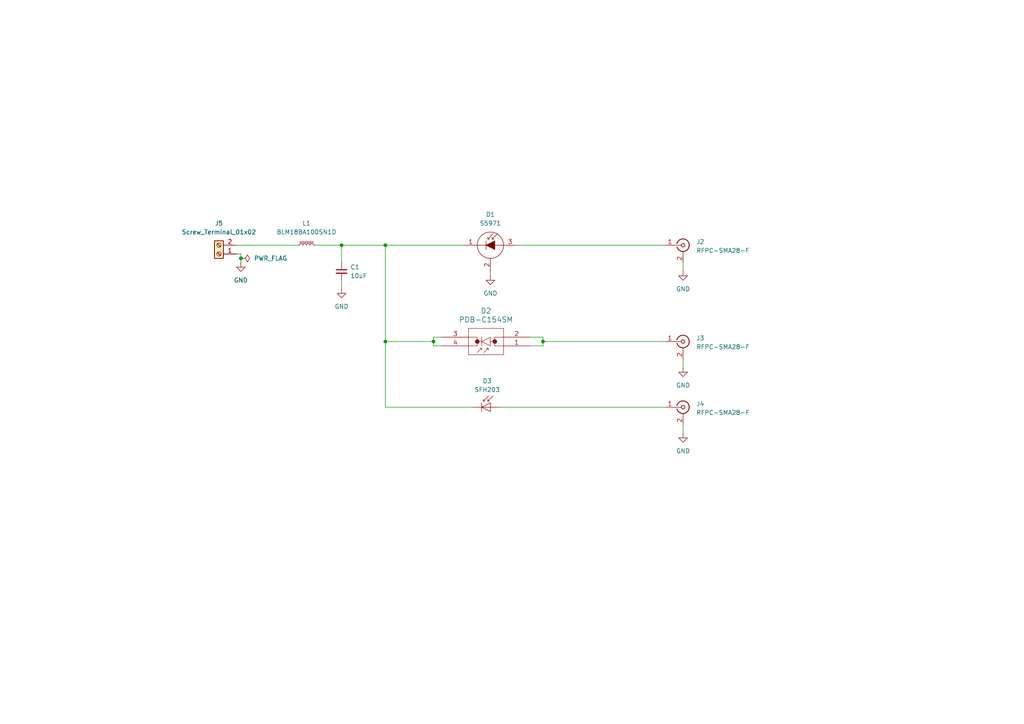
<source format=kicad_sch>
(kicad_sch (version 20231120) (generator "eeschema") (generator_version "8.0")
  (paper "A4")
  (title_block (title "Lumicom Photodiode") (date "2024-12-26") (rev "1") (company "UTN FRBA - Proyecto Final"))
  (lib_symbols
    (symbol "Connector:Conn_Coaxial" (pin_names (offset 1.016) hide)
      (property "Reference" "J" (at 0.254 3.048 0))
      (property "Value" "Conn_Coaxial" (at 2.921 0 90))
      (symbol "Conn_Coaxial_0_1"
        (arc (start -1.778 -0.508) (mid 0.2311 -1.8066) (end 1.778 0) (stroke (width 0.254)))
        (polyline (pts (xy -2.54 0) (xy -0.508 0)))
        (polyline (pts (xy 0 -2.54) (xy 0 -1.778)))
        (circle (center 0 0) (radius 0.508) (stroke (width 0.2032)))
        (arc (start 1.778 0) (mid 0.2099 1.8101) (end -1.778 0.508) (stroke (width 0.254)))
      )
      (symbol "Conn_Coaxial_1_1"
        (pin passive line (at -5.08 0 0) (length 2.54) (name "In") (number "1"))
        (pin passive line (at 0 -5.08 90) (length 2.54) (name "Ext") (number "2"))
      )
    )
    (symbol "Connector:Screw_Terminal_01x02" (pin_names (offset 1.016) hide)
      (property "Reference" "J" (at 0 2.54 0))
      (property "Value" "Screw_Terminal_01x02" (at 0 -5.08 0))
      (symbol "Screw_Terminal_01x02_1_1"
        (rectangle (start -1.27 1.27) (end 1.27 -3.81) (stroke (width 0.254)) (fill (type background)))
        (circle (center 0 -2.54) (radius 0.635) (stroke (width 0.1524)))
        (polyline (pts (xy -0.5334 -2.2098) (xy 0.3302 -3.048)) (stroke (width 0.1524)))
        (polyline (pts (xy -0.5334 0.3302) (xy 0.3302 -0.508)) (stroke (width 0.1524)))
        (polyline (pts (xy -0.3556 -2.032) (xy 0.508 -2.8702)) (stroke (width 0.1524)))
        (polyline (pts (xy -0.3556 0.508) (xy 0.508 -0.3302)) (stroke (width 0.1524)))
        (circle (center 0 0) (radius 0.635) (stroke (width 0.1524)))
        (pin passive line (at -5.08 0 0) (length 3.81) (name "Pin_1") (number "1"))
        (pin passive line (at -5.08 -2.54 0) (length 3.81) (name "Pin_2") (number "2"))
      )
    )
    (symbol "Device:C_Small" (pin_numbers hide) (pin_names (offset 0.254) hide)
      (property "Reference" "C" (at 0.254 1.778 0))
      (property "Value" "C_Small" (at 0.254 -2.032 0))
      (symbol "C_Small_0_1"
        (polyline (pts (xy -1.524 -0.508) (xy 1.524 -0.508)) (stroke (width 0.3302)))
        (polyline (pts (xy -1.524 0.508) (xy 1.524 0.508)) (stroke (width 0.3048)))
      )
      (symbol "C_Small_1_1"
        (pin passive line (at 0 2.54 270) (length 2.032) (name "~") (number "1"))
        (pin passive line (at 0 -2.54 90) (length 2.032) (name "~") (number "2"))
      )
    )
    (symbol "Device:L_Ferrite_Small" (pin_numbers hide) (pin_names (offset 0.254) hide)
      (property "Reference" "L" (at 1.27 1.016 0))
      (property "Value" "L_Ferrite_Small" (at 1.27 -1.27 0))
      (symbol "L_Ferrite_Small_0_1"
        (arc (start 0 -2.032) (mid 0.5058 -1.524) (end 0 -1.016))
        (arc (start 0 -1.016) (mid 0.5058 -0.508) (end 0 0))
        (polyline (pts (xy 0.762 -1.905) (xy 0.762 -1.651)))
        (polyline (pts (xy 0.762 -1.397) (xy 0.762 -1.143)))
        (polyline (pts (xy 0.762 -0.889) (xy 0.762 -0.635)))
        (polyline (pts (xy 0.762 -0.381) (xy 0.762 -0.127)))
        (polyline (pts (xy 0.762 0.127) (xy 0.762 0.381)))
        (polyline (pts (xy 0.762 0.635) (xy 0.762 0.889)))
        (polyline (pts (xy 0.762 1.143) (xy 0.762 1.397)))
        (polyline (pts (xy 0.762 1.651) (xy 0.762 1.905)))
        (polyline (pts (xy 1.016 -1.651) (xy 1.016 -1.905)))
        (polyline (pts (xy 1.016 -1.143) (xy 1.016 -1.397)))
        (polyline (pts (xy 1.016 -0.635) (xy 1.016 -0.889)))
        (polyline (pts (xy 1.016 -0.127) (xy 1.016 -0.381)))
        (polyline (pts (xy 1.016 0.381) (xy 1.016 0.127)))
        (polyline (pts (xy 1.016 0.889) (xy 1.016 0.635)))
        (polyline (pts (xy 1.016 1.397) (xy 1.016 1.143)))
        (polyline (pts (xy 1.016 1.905) (xy 1.016 1.651)))
        (arc (start 0 0) (mid 0.5058 0.508) (end 0 1.016))
        (arc (start 0 1.016) (mid 0.5058 1.524) (end 0 2.032))
      )
      (symbol "L_Ferrite_Small_1_1"
        (pin passive line (at 0 2.54 270) (length 0.508) (name "~") (number "1"))
        (pin passive line (at 0 -2.54 90) (length 0.508) (name "~") (number "2"))
      )
    )
    (symbol "Lumicom_Photodiode:PDB-C154SM" (pin_names (offset 0.254) hide)
      (property "Reference" "D" (at 11.43 7.62 0))
      (property "Value" "PDB-C154SM" (at 11.43 5.08 0))
      (symbol "PDB-C154SM_0_1"
        (polyline (pts (xy 6.35 -5.08) (xy 16.51 -5.08)) (stroke (width 0.127)))
        (polyline (pts (xy 6.35 0) (xy 8.89 0)) (stroke (width 0.127)))
        (polyline (pts (xy 6.35 2.54) (xy 6.35 -5.08)) (stroke (width 0.127)))
        (polyline (pts (xy 8.89 -2.54) (xy 6.35 -2.54)) (stroke (width 0.127)))
        (polyline (pts (xy 8.89 -1.27) (xy 10.16 -1.27)) (stroke (width 0.127)))
        (polyline (pts (xy 8.89 0) (xy 8.89 -2.54)) (stroke (width 0.127)))
        (polyline (pts (xy 10.16 -2.54) (xy 12.7 -1.27)) (stroke (width 0.127)))
        (polyline (pts (xy 10.16 0) (xy 10.16 -2.54)) (stroke (width 0.127)))
        (polyline (pts (xy 10.795 0.635) (xy 10.795 1.27)) (stroke (width 0.127)))
        (polyline (pts (xy 10.795 0.635) (xy 11.43 0.635)) (stroke (width 0.127)))
        (polyline (pts (xy 12.065 1.905) (xy 10.795 0.635)) (stroke (width 0.127)))
        (polyline (pts (xy 12.7 -1.27) (xy 10.16 0)) (stroke (width 0.127)))
        (polyline (pts (xy 12.7 -1.27) (xy 13.97 -1.27)) (stroke (width 0.127)))
        (polyline (pts (xy 12.7 0) (xy 12.7 -2.54)) (stroke (width 0.127)))
        (polyline (pts (xy 12.7 0.635) (xy 12.7 1.27)) (stroke (width 0.127)))
        (polyline (pts (xy 12.7 0.635) (xy 13.335 0.635)) (stroke (width 0.127)))
        (polyline (pts (xy 13.97 -2.54) (xy 16.51 -2.54)) (stroke (width 0.127)))
        (polyline (pts (xy 13.97 0) (xy 13.97 -2.54)) (stroke (width 0.127)))
        (polyline (pts (xy 13.97 1.905) (xy 12.7 0.635)) (stroke (width 0.127)))
        (polyline (pts (xy 16.51 -5.08) (xy 16.51 2.54)) (stroke (width 0.127)))
        (polyline (pts (xy 16.51 0) (xy 13.97 0)) (stroke (width 0.127)))
        (polyline (pts (xy 16.51 2.54) (xy 6.35 2.54)) (stroke (width 0.127)))
        (circle (center 8.89 -1.27) (radius 0.127) (stroke (width 0.508)))
        (circle (center 13.97 -1.27) (radius 0.127) (stroke (width 0.508)))
      )
      (symbol "PDB-C154SM_1_1"
        (pin passive line (at -1.27 0 0) (length 7.62) (name "ANODE") (number "1"))
        (pin passive line (at -1.27 -2.54 0) (length 7.62) (name "ANODE") (number "2"))
        (pin passive line (at 24.13 -2.54 180) (length 7.62) (name "CATHODE") (number "3"))
        (pin passive line (at 24.13 0 180) (length 7.62) (name "CATHODE") (number "4"))
      )
    )
    (symbol "Sensor_Optical:S5971" (pin_names (offset 0.254) hide)
      (property "Reference" "D" (at 2.54 -5.08 0))
      (property "Value" "S5971" (at 5.08 5.08 0))
      (symbol "S5971_0_0"
        (pin passive line (at 0 -7.62 90) (length 3.81) (name "C") (number "2"))
      )
      (symbol "S5971_0_1"
        (polyline (pts (xy -1.27 0) (xy -3.81 0)))
        (polyline (pts (xy -1.27 1.27) (xy -1.27 -1.27)) (stroke (width 0.1524)))
        (polyline (pts (xy -0.762 1.778) (xy -0.254 1.778)))
        (polyline (pts (xy 3.81 0) (xy 1.27 0)))
        (polyline (pts (xy 0.762 3.302) (xy -0.762 1.778) (xy -0.762 2.286)))
        (polyline (pts (xy -1.27 0) (xy 1.27 1.27) (xy 1.27 -1.27) (xy -1.27 0)) (fill (type outline)))
        (polyline (pts (xy 2.032 3.302) (xy 0.508 1.778) (xy 0.508 2.286) (xy 0.508 1.778) (xy 1.016 1.778)))
        (circle (center 0 0) (radius 3.81))
      )
      (symbol "S5971_1_1"
        (pin passive line (at -7.62 0 0) (length 3.81) (name "K") (number "1"))
        (pin passive line (at 7.62 0 180) (length 3.81) (name "A") (number "3"))
      )
    )
    (symbol "Sensor_Optical:SFH203" (pin_numbers hide) (pin_names hide)
      (property "Reference" "D" (at 0.508 1.778 0))
      (property "Value" "SFH203" (at -1.016 -2.794 0))
      (symbol "SFH203_0_1"
        (polyline (pts (xy -2.54 0) (xy 0 0)))
        (polyline (pts (xy -2.54 1.27) (xy -2.54 -1.27)) (stroke (width 0.1524)))
        (polyline (pts (xy -2.032 1.778) (xy -1.524 1.778)))
        (polyline (pts (xy 0 -1.27) (xy 0 1.27)))
        (polyline (pts (xy -0.508 3.302) (xy -2.032 1.778) (xy -2.032 2.286)))
        (polyline (pts (xy 0 1.27) (xy -2.54 0) (xy 0 -1.27)))
        (polyline (pts (xy 0.762 3.302) (xy -0.762 1.778) (xy -0.762 2.286) (xy -0.762 1.778) (xy -0.254 1.778)))
      )
      (symbol "SFH203_1_1"
        (pin passive line (at -5.08 0 0) (length 2.54) (name "K") (number "1"))
        (pin passive line (at 2.54 0 180) (length 2.54) (name "A") (number "2"))
      )
    )
    (symbol "power:GND" (power) (pin_numbers hide) (pin_names (offset 0) hide)
      (property "Value" "GND" (at 0 -3.81 0))
      (symbol "GND_0_1"
        (polyline (pts (xy 0 0) (xy 0 -1.27) (xy 1.27 -1.27) (xy 0 -2.54) (xy -1.27 -1.27) (xy 0 -1.27)))
      )
      (symbol "GND_1_1"
        (pin power_in line (at 0 0 270) (length 0) (name "~") (number "1"))
      )
    )
    (symbol "power:PWR_FLAG" (power) (pin_numbers hide) (pin_names (offset 0) hide)
      (property "Value" "PWR_FLAG" (at 0 3.81 0))
      (symbol "PWR_FLAG_0_0"
        (pin power_out line (at 0 0 90) (length 0) (name "~") (number "1"))
      )
      (symbol "PWR_FLAG_0_1"
        (polyline (pts (xy 0 0) (xy 0 1.27) (xy -1.016 1.905) (xy 0 2.54) (xy 1.016 1.905) (xy 0 1.27)))
      )
    )
  )
  (junction (at 69.85 74.93))
  (junction (at 111.76 99.06))
  (junction (at 125.73 99.06))
  (junction (at 157.48 99.06))
  (junction (at 111.76 71.12))
  (junction (at 99.06 71.12))
  (wire (pts (xy 198.12 104.14) (xy 198.12 106.68)))
  (wire (pts (xy 157.48 99.06) (xy 157.48 97.79)))
  (wire (pts (xy 99.06 71.12) (xy 111.76 71.12)))
  (wire (pts (xy 144.78 118.11) (xy 193.04 118.11)))
  (wire (pts (xy 198.12 76.2) (xy 198.12 78.74)))
  (wire (pts (xy 142.24 78.74) (xy 142.24 80.01)))
  (wire (pts (xy 111.76 71.12) (xy 134.62 71.12)))
  (wire (pts (xy 99.06 83.82) (xy 99.06 81.28)))
  (wire (pts (xy 91.44 71.12) (xy 99.06 71.12)))
  (wire (pts (xy 153.67 100.33) (xy 157.48 100.33)))
  (wire (pts (xy 157.48 99.06) (xy 157.48 100.33)))
  (wire (pts (xy 68.58 71.12) (xy 86.36 71.12)))
  (wire (pts (xy 111.76 118.11) (xy 137.16 118.11)))
  (wire (pts (xy 125.73 97.79) (xy 125.73 99.06)))
  (wire (pts (xy 198.12 123.19) (xy 198.12 125.73)))
  (wire (pts (xy 128.27 97.79) (xy 125.73 97.79)))
  (wire (pts (xy 69.85 73.66) (xy 69.85 74.93)))
  (wire (pts (xy 153.67 97.79) (xy 157.48 97.79)))
  (wire (pts (xy 157.48 99.06) (xy 193.04 99.06)))
  (wire (pts (xy 125.73 99.06) (xy 125.73 100.33)))
  (wire (pts (xy 99.06 76.2) (xy 99.06 71.12)))
  (wire (pts (xy 149.86 71.12) (xy 193.04 71.12)))
  (wire (pts (xy 111.76 99.06) (xy 111.76 71.12)))
  (wire (pts (xy 111.76 99.06) (xy 111.76 118.11)))
  (wire (pts (xy 125.73 99.06) (xy 111.76 99.06)))
  (wire (pts (xy 68.58 73.66) (xy 69.85 73.66)))
  (wire (pts (xy 69.85 74.93) (xy 69.85 76.2)))
  (wire (pts (xy 128.27 100.33) (xy 125.73 100.33)))
  (symbol (lib_id "Sensor_Optical:SFH203") (at 142.24 118.11 0) (unit 1)
    (property "Reference" "D3" (at 141.3129 110.49 0))
    (property "Value" "SFH203" (at 141.3129 113.03 0))
    (property "Footprint" "LED_THT:LED_D5.0mm_IRGrey" (effects (hide yes)))
    (property "Datasheet" "http://www.osram-os.com/Graphics/XPic9/00101656_0.pdf/SFH%20203,%20SFH%20203%20FA,%20Lead%20(Pb)%20Free%20Product%20-%20RoHS%20Compliant.pdf" (effects (hide yes)))
    (property "Description" "Silicon PIN Photodiode" (effects (hide yes)))
    (property "Mfr P/N" "SFH 203 P" (effects (hide yes)))
    (property "Mouser P/N" "720-SFH203P" (effects (hide yes)))
    (property "Mfr" "ams OSRAM" (effects (hide yes)))
  )
  (symbol (lib_id "Connector:Conn_Coaxial") (at 198.12 71.12 0) (unit 1)
    (property "Reference" "J2" (at 201.93 70.1431 0) (effects (justify left)))
    (property "Value" "RFPC-SMA28-F" (at 201.93 72.6831 0) (effects (justify left)))
    (property "Footprint" "Lumicom_Photodiode:RFPC-SMA28-F" (effects (hide yes)))
    (property "Datasheet" " ~" (effects (hide yes)))
    (property "Description" "coaxial connector (BNC, SMA, SMB, SMC, Cinch/RCA, LEMO, ...)" (effects (hide yes)))
  )
  (symbol (lib_id "power:GND") (at 198.12 106.68 0) (unit 1)
    (property "Reference" "#PWR05" (effects (hide yes)))
    (property "Value" "GND" (at 198.12 111.76 0))
    (property "Description" "Power symbol creates a global label with name \"GND\" , ground" (effects (hide yes)))
  )
  (symbol (lib_id "power:GND") (at 69.85 76.2 0) (unit 1)
    (property "Reference" "#PWR01" (effects (hide yes)))
    (property "Value" "GND" (at 69.85 81.28 0))
    (property "Description" "Power symbol creates a global label with name \"GND\" , ground" (effects (hide yes)))
  )
  (symbol (lib_id "power:GND") (at 99.06 83.82 0) (unit 1)
    (property "Reference" "#PWR02" (effects (hide yes)))
    (property "Value" "GND" (at 99.06 88.9 0))
    (property "Description" "Power symbol creates a global label with name \"GND\" , ground" (effects (hide yes)))
  )
  (symbol (lib_id "Connector:Conn_Coaxial") (at 198.12 99.06 0) (unit 1)
    (property "Reference" "J3" (at 201.93 98.0831 0) (effects (justify left)))
    (property "Value" "RFPC-SMA28-F" (at 201.93 100.6231 0) (effects (justify left)))
    (property "Footprint" "Lumicom_Photodiode:RFPC-SMA28-F" (effects (hide yes)))
    (property "Datasheet" " ~" (effects (hide yes)))
    (property "Description" "coaxial connector (BNC, SMA, SMB, SMC, Cinch/RCA, LEMO, ...)" (effects (hide yes)))
  )
  (symbol (lib_id "power:GND") (at 142.24 80.01 0) (unit 1)
    (property "Reference" "#PWR07" (effects (hide yes)))
    (property "Value" "GND" (at 142.24 85.09 0))
    (property "Description" "Power symbol creates a global label with name \"GND\" , ground" (effects (hide yes)))
  )
  (symbol (lib_id "Connector:Conn_Coaxial") (at 198.12 118.11 0) (unit 1)
    (property "Reference" "J4" (at 201.93 117.1331 0) (effects (justify left)))
    (property "Value" "RFPC-SMA28-F" (at 201.93 119.6731 0) (effects (justify left)))
    (property "Footprint" "Lumicom_Photodiode:RFPC-SMA28-F" (effects (hide yes)))
    (property "Datasheet" " ~" (effects (hide yes)))
    (property "Description" "coaxial connector (BNC, SMA, SMB, SMC, Cinch/RCA, LEMO, ...)" (effects (hide yes)))
  )
  (symbol (lib_id "Device:C_Small") (at 99.06 78.74 0) (unit 1)
    (property "Reference" "C1" (at 101.6 77.4762 0) (effects (justify left)))
    (property "Value" "10uF" (at 101.6 80.0162 0) (effects (justify left)))
    (property "Footprint" "Capacitor_SMD:C_0603_1608Metric_Pad1.08x0.95mm_HandSolder" (effects (hide yes)))
    (property "Description" "Unpolarized capacitor, small symbol" (effects (hide yes)))
  )
  (symbol (lib_id "Device:L_Ferrite_Small") (at 88.9 71.12 90) (unit 1)
    (property "Reference" "L1" (at 88.9 64.77 90))
    (property "Value" "BLM18BA100SN1D" (at 88.9 67.31 90))
    (property "Footprint" "Inductor_SMD:L_0603_1608Metric_Pad1.05x0.95mm_HandSolder" (effects (hide yes)))
    (property "Description" "Inductor with ferrite core, small symbol" (effects (hide yes)))
  )
  (symbol (lib_id "power:GND") (at 198.12 125.73 0) (unit 1)
    (property "Reference" "#PWR04" (effects (hide yes)))
    (property "Value" "GND" (at 198.12 130.81 0))
    (property "Description" "Power symbol creates a global label with name \"GND\" , ground" (effects (hide yes)))
  )
  (symbol (lib_id "Lumicom_Photodiode:PDB-C154SM") (at 152.4 100.33 180) (unit 1)
    (property "Reference" "D2" (at 140.97 90.17 0) (effects (font (size 1.524 1.524))))
    (property "Value" "PDB-C154SM" (at 140.97 92.71 0) (effects (font (size 1.524 1.524))))
    (property "Footprint" "Lumicom_Photodiode:PDB-C154SM_ADP" (effects (hide yes)))
    (property "Datasheet" "PDB-C154SM" (effects (hide yes)))
    (property "Mfr P/N" "PDB-C154SM" (effects (hide yes)))
    (property "Mouser P/N" "846-PDB-C154SM" (effects (hide yes)))
    (property "Mfr" "Advanced Photonix" (effects (hide yes)))
  )
  (symbol (lib_id "power:PWR_FLAG") (at 69.85 74.93 270) (unit 1)
    (property "Reference" "#FLG01" (effects (hide yes)))
    (property "Value" "PWR_FLAG" (at 73.66 74.9299 90) (effects (justify left)))
    (property "Description" "Special symbol for telling ERC where power comes from" (effects (hide yes)))
  )
  (symbol (lib_id "Sensor_Optical:S5971") (at 142.24 71.12 0) (unit 1)
    (property "Reference" "D1" (at 142.24 62.23 0))
    (property "Value" "S5971" (at 142.24 64.77 0))
    (property "Footprint" "Package_TO_SOT_THT:TO-18-3" (effects (hide yes)))
    (property "Datasheet" "https://www.hamamatsu.com/resources/pdf/ssd/s5971_etc_kpin1025e.pdf" (effects (hide yes)))
    (property "Description" "Si PIN Photodiode, 0.1 GHz, TO-18-3" (effects (hide yes)))
    (property "Mfr P/N" " S5971" (effects (hide yes)))
    (property "Newark P/N" "62M0262" (effects (hide yes)))
    (property "Mfr" "Hamamatsu" (effects (hide yes)))
  )
  (symbol (lib_id "power:GND") (at 198.12 78.74 0) (unit 1)
    (property "Reference" "#PWR06" (effects (hide yes)))
    (property "Value" "GND" (at 198.12 83.82 0))
    (property "Description" "Power symbol creates a global label with name \"GND\" , ground" (effects (hide yes)))
  )
  (symbol (lib_id "Connector:Screw_Terminal_01x02") (at 63.5 73.66 180) (unit 1)
    (property "Reference" "J5" (at 63.5 64.77 0))
    (property "Value" "Screw_Terminal_01x02" (at 63.5 67.31 0))
    (property "Footprint" "TerminalBlock:TerminalBlock_bornier-2_P5.08mm" (effects (hide yes)))
    (property "Description" "Generic screw terminal, single row, 01x02, script generated (kicad-library-utils/schlib/autogen/connector/)" (effects (hide yes)))
  )
)
</source>
